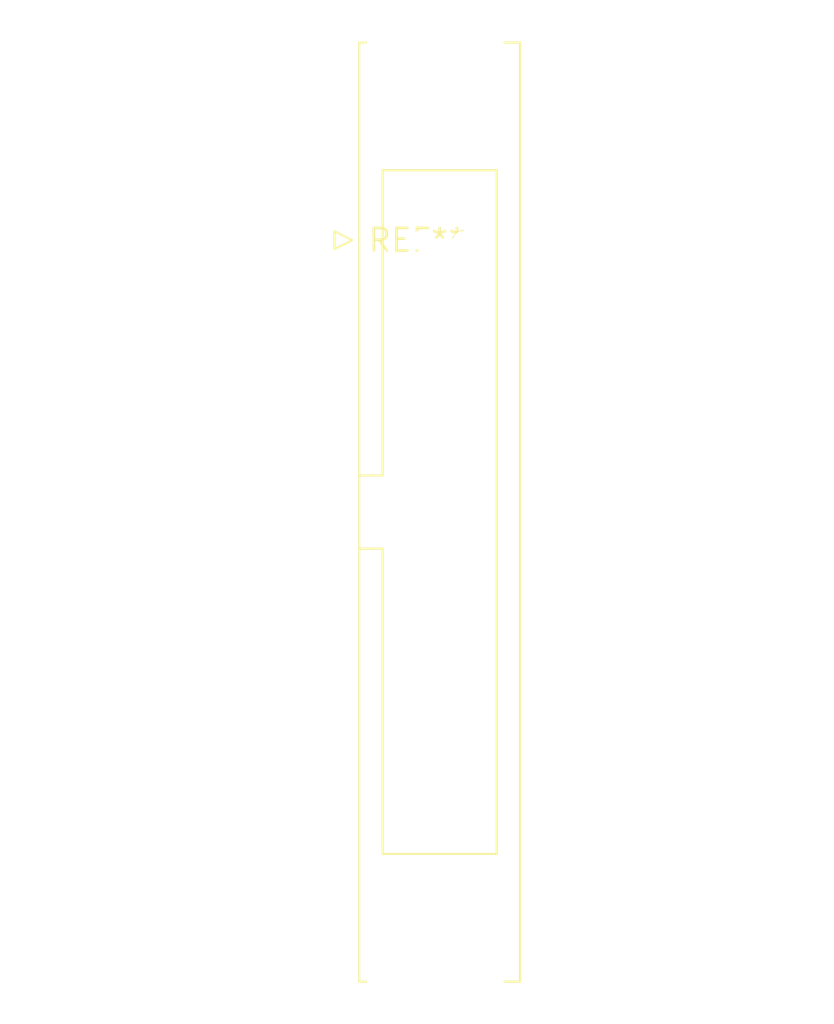
<source format=kicad_pcb>
(kicad_pcb (version 20240108) (generator pcbnew)
  (layers (0 "F.Cu" signal) (31 "B.Cu" signal) (34 "B.Paste" user) (35 "F.Paste" user) (36 "B.SilkS" user "B.Silkscreen") (37 "F.SilkS" user "F.Silkscreen") (38 "B.Mask" user) (39 "F.Mask" user) (44 "Edge.Cuts" user))
  (net 0 "")
  (footprint "IDC-Header_2x13-1MP_P2.54mm_Latch_Vertical" (layer "F.Cu") (at 0 0)
    (property "Reference" "REF**")
    (property "Value" "IDC-Header_2x13-1MP_P2.54mm_Latch_Vertical")
    (fp_line (start -4.63 -0.5) (end -4.63 0.5) (layer "F.SilkS") (stroke (width 0.12)))
    (fp_line (start -4.63 0.5) (end -3.63 0) (layer "F.SilkS") (stroke (width 0.12)))
    (fp_line (start -3.63 0) (end -4.63 -0.5) (layer "F.SilkS") (stroke (width 0.12)))
    (fp_line (start -3.24 -11.08) (end -3.24 41.56) (layer "F.SilkS") (stroke (width 0.12)))
    (fp_line (start -3.24 13.19) (end -1.93 13.19) (layer "F.SilkS") (stroke (width 0.12)))
    (fp_line (start -3.24 41.56) (end -2.87 41.56) (layer "F.SilkS") (stroke (width 0.12)))
    (fp_line (start -2.87 -11.08) (end -3.24 -11.08) (layer "F.SilkS") (stroke (width 0.12)))
    (fp_line (start -1.93 -3.92) (end 4.47 -3.92) (layer "F.SilkS") (stroke (width 0.12)))
    (fp_line (start -1.93 13.19) (end -1.93 -3.92) (layer "F.SilkS") (stroke (width 0.12)))
    (fp_line (start -1.93 17.29) (end -3.24 17.29) (layer "F.SilkS") (stroke (width 0.12)))
    (fp_line (start -1.93 17.29) (end -1.93 17.29) (layer "F.SilkS") (stroke (width 0.12)))
    (fp_line (start -1.93 34.4) (end -1.93 17.29) (layer "F.SilkS") (stroke (width 0.12)))
    (fp_line (start 4.47 -3.92) (end 4.47 34.4) (layer "F.SilkS") (stroke (width 0.12)))
    (fp_line (start 4.47 34.4) (end -1.93 34.4) (layer "F.SilkS") (stroke (width 0.12)))
    (fp_line (start 4.91 -11.08) (end 5.78 -11.08) (layer "F.SilkS") (stroke (width 0.12)))
    (fp_line (start 5.78 -11.08) (end 5.78 41.56) (layer "F.SilkS") (stroke (width 0.12)))
    (fp_line (start 5.78 41.56) (end 4.91 41.56) (layer "F.SilkS") (stroke (width 0.12)))
    (pad "1" thru_hole roundrect (at 0 0) (size 1.7 1.7) (drill 1) (layers *.Cu *.Mask) (remove_unused_layers) (roundrect_rratio 0.147059))
    (pad "2" thru_hole circle (at 2.54 0) (size 1.7 1.7) (drill 1) (layers *.Cu *.Mask) (remove_unused_layers))
    (pad "3" thru_hole circle (at 0 2.54) (size 1.7 1.7) (drill 1) (layers *.Cu *.Mask) (remove_unused_layers))
    (pad "4" thru_hole circle (at 2.54 2.54) (size 1.7 1.7) (drill 1) (layers *.Cu *.Mask) (remove_unused_layers))
    (pad "5" thru_hole circle (at 0 5.08) (size 1.7 1.7) (drill 1) (layers *.Cu *.Mask) (remove_unused_layers))
    (pad "6" thru_hole circle (at 2.54 5.08) (size 1.7 1.7) (drill 1) (layers *.Cu *.Mask) (remove_unused_layers))
    (pad "7" thru_hole circle (at 0 7.62) (size 1.7 1.7) (drill 1) (layers *.Cu *.Mask) (remove_unused_layers))
    (pad "8" thru_hole circle (at 2.54 7.62) (size 1.7 1.7) (drill 1) (layers *.Cu *.Mask) (remove_unused_layers))
    (pad "9" thru_hole circle (at 0 10.16) (size 1.7 1.7) (drill 1) (layers *.Cu *.Mask) (remove_unused_layers))
    (pad "10" thru_hole circle (at 2.54 10.16) (size 1.7 1.7) (drill 1) (layers *.Cu *.Mask) (remove_unused_layers))
    (pad "11" thru_hole circle (at 0 12.7) (size 1.7 1.7) (drill 1) (layers *.Cu *.Mask) (remove_unused_layers))
    (pad "12" thru_hole circle (at 2.54 12.7) (size 1.7 1.7) (drill 1) (layers *.Cu *.Mask) (remove_unused_layers))
    (pad "13" thru_hole circle (at 0 15.24) (size 1.7 1.7) (drill 1) (layers *.Cu *.Mask) (remove_unused_layers))
    (pad "14" thru_hole circle (at 2.54 15.24) (size 1.7 1.7) (drill 1) (layers *.Cu *.Mask) (remove_unused_layers))
    (pad "15" thru_hole circle (at 0 17.78) (size 1.7 1.7) (drill 1) (layers *.Cu *.Mask) (remove_unused_layers))
    (pad "16" thru_hole circle (at 2.54 17.78) (size 1.7 1.7) (drill 1) (layers *.Cu *.Mask) (remove_unused_layers))
    (pad "17" thru_hole circle (at 0 20.32) (size 1.7 1.7) (drill 1) (layers *.Cu *.Mask) (remove_unused_layers))
    (pad "18" thru_hole circle (at 2.54 20.32) (size 1.7 1.7) (drill 1) (layers *.Cu *.Mask) (remove_unused_layers))
    (pad "19" thru_hole circle (at 0 22.86) (size 1.7 1.7) (drill 1) (layers *.Cu *.Mask) (remove_unused_layers))
    (pad "20" thru_hole circle (at 2.54 22.86) (size 1.7 1.7) (drill 1) (layers *.Cu *.Mask) (remove_unused_layers))
    (pad "21" thru_hole circle (at 0 25.4) (size 1.7 1.7) (drill 1) (layers *.Cu *.Mask) (remove_unused_layers))
    (pad "22" thru_hole circle (at 2.54 25.4) (size 1.7 1.7) (drill 1) (layers *.Cu *.Mask) (remove_unused_layers))
    (pad "23" thru_hole circle (at 0 27.94) (size 1.7 1.7) (drill 1) (layers *.Cu *.Mask) (remove_unused_layers))
    (pad "24" thru_hole circle (at 2.54 27.94) (size 1.7 1.7) (drill 1) (layers *.Cu *.Mask) (remove_unused_layers))
    (pad "25" thru_hole circle (at 0 30.48) (size 1.7 1.7) (drill 1) (layers *.Cu *.Mask) (remove_unused_layers))
    (pad "26" thru_hole circle (at 2.54 30.48) (size 1.7 1.7) (drill 1) (layers *.Cu *.Mask) (remove_unused_layers))
    (pad "MP" thru_hole circle (at 1.02 -8.94) (size 8 8) (drill 2.69) (layers *.Cu *.Mask) (remove_unused_layers))
    (pad "MP" thru_hole circle (at 1.02 39.42) (size 8 8) (drill 2.69) (layers *.Cu *.Mask) (remove_unused_layers))
  )
)
</source>
